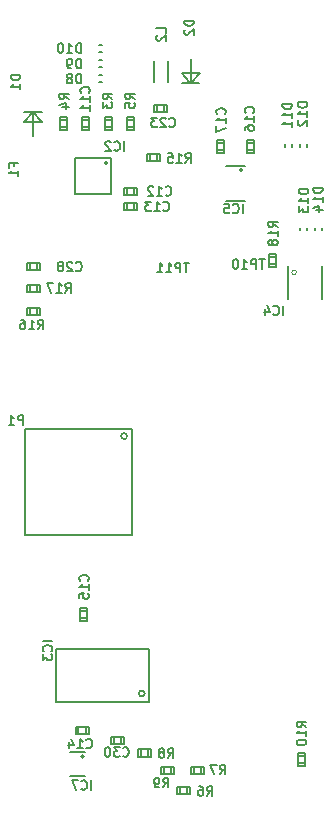
<source format=gbr>
G04 #@! TF.GenerationSoftware,KiCad,Pcbnew,5.1.8+dfsg1-1~bpo10+1*
G04 #@! TF.CreationDate,2021-01-21T20:32:40+01:00*
G04 #@! TF.ProjectId,easyhive,65617379-6869-4766-952e-6b696361645f,rev?*
G04 #@! TF.SameCoordinates,Original*
G04 #@! TF.FileFunction,Legend,Bot*
G04 #@! TF.FilePolarity,Positive*
%FSLAX46Y46*%
G04 Gerber Fmt 4.6, Leading zero omitted, Abs format (unit mm)*
G04 Created by KiCad (PCBNEW 5.1.8+dfsg1-1~bpo10+1) date 2021-01-21 20:32:40*
%MOMM*%
%LPD*%
G01*
G04 APERTURE LIST*
%ADD10C,0.127000*%
%ADD11C,0.150000*%
%ADD12C,0.203200*%
%ADD13C,0.100000*%
%ADD14C,0.152400*%
G04 APERTURE END LIST*
D10*
X160400000Y-132500000D02*
X159800000Y-132500000D01*
X160400000Y-131900000D02*
X159800000Y-131900000D01*
X160400000Y-132500000D02*
X160400000Y-132750000D01*
X160400000Y-131900000D02*
X160400000Y-132500000D01*
X160400000Y-131650000D02*
X160400000Y-131900000D01*
X159800000Y-132500000D02*
X159800000Y-132750000D01*
X159800000Y-131900000D02*
X159800000Y-132500000D01*
X159800000Y-131650000D02*
X159800000Y-131900000D01*
X160400000Y-132750000D02*
X159800000Y-132750000D01*
X160400000Y-131650000D02*
X159800000Y-131650000D01*
D11*
X136601100Y-78257600D02*
X137351100Y-77368600D01*
X136601100Y-78257600D02*
X138101100Y-78257600D01*
X136601100Y-77368600D02*
X138101100Y-77368600D01*
X138113100Y-78241600D02*
X137351100Y-77368600D01*
X137351100Y-78868600D02*
X137351100Y-77368600D01*
X137351100Y-77368600D02*
X137351100Y-79368600D01*
X151436100Y-74034600D02*
X149936100Y-74034600D01*
X150686100Y-74939600D02*
X151448100Y-74050600D01*
X150686100Y-74923600D02*
X150686100Y-72923600D01*
X150686100Y-73423600D02*
X150686100Y-74923600D01*
X150559100Y-74812600D02*
X149924100Y-74050600D01*
X151436100Y-74923600D02*
X149936100Y-74923600D01*
D10*
X150650000Y-135100000D02*
X150650000Y-134500000D01*
X149550000Y-135100000D02*
X149550000Y-134500000D01*
X150650000Y-134500000D02*
X150400000Y-134500000D01*
X150400000Y-134500000D02*
X149800000Y-134500000D01*
X149800000Y-134500000D02*
X149550000Y-134500000D01*
X150650000Y-135100000D02*
X150400000Y-135100000D01*
X150400000Y-135100000D02*
X149800000Y-135100000D01*
X149800000Y-135100000D02*
X149550000Y-135100000D01*
X150400000Y-135100000D02*
X150400000Y-134500000D01*
X149800000Y-135100000D02*
X149800000Y-134500000D01*
X151800000Y-133400000D02*
X151800000Y-132800000D01*
X150700000Y-133400000D02*
X150700000Y-132800000D01*
X151800000Y-132800000D02*
X151550000Y-132800000D01*
X151550000Y-132800000D02*
X150950000Y-132800000D01*
X150950000Y-132800000D02*
X150700000Y-132800000D01*
X151800000Y-133400000D02*
X151550000Y-133400000D01*
X151550000Y-133400000D02*
X150950000Y-133400000D01*
X150950000Y-133400000D02*
X150700000Y-133400000D01*
X151550000Y-133400000D02*
X151550000Y-132800000D01*
X150950000Y-133400000D02*
X150950000Y-132800000D01*
X147350000Y-131950000D02*
X147350000Y-131350000D01*
X146250000Y-131950000D02*
X146250000Y-131350000D01*
X147350000Y-131350000D02*
X147100000Y-131350000D01*
X147100000Y-131350000D02*
X146500000Y-131350000D01*
X146500000Y-131350000D02*
X146250000Y-131350000D01*
X147350000Y-131950000D02*
X147100000Y-131950000D01*
X147100000Y-131950000D02*
X146500000Y-131950000D01*
X146500000Y-131950000D02*
X146250000Y-131950000D01*
X147100000Y-131950000D02*
X147100000Y-131350000D01*
X146500000Y-131950000D02*
X146500000Y-131350000D01*
X149250000Y-133400000D02*
X149250000Y-132800000D01*
X148150000Y-133400000D02*
X148150000Y-132800000D01*
X149250000Y-132800000D02*
X149000000Y-132800000D01*
X149000000Y-132800000D02*
X148400000Y-132800000D01*
X148400000Y-132800000D02*
X148150000Y-132800000D01*
X149250000Y-133400000D02*
X149000000Y-133400000D01*
X149000000Y-133400000D02*
X148400000Y-133400000D01*
X148400000Y-133400000D02*
X148150000Y-133400000D01*
X149000000Y-133400000D02*
X149000000Y-132800000D01*
X148400000Y-133400000D02*
X148400000Y-132800000D01*
D11*
X140440000Y-133603000D02*
X141740000Y-133603000D01*
X141740000Y-131603000D02*
X140440000Y-131603000D01*
X141673774Y-131929008D02*
G75*
G03*
X141673774Y-131929008I-125000J0D01*
G01*
D10*
X155296100Y-81948600D02*
X153696100Y-81948600D01*
X153696100Y-84948600D02*
X155296100Y-84948600D01*
D11*
X155078300Y-82280200D02*
G75*
G03*
X155078300Y-82280200I-125000J0D01*
G01*
D10*
X145700000Y-104175000D02*
X136700000Y-104175000D01*
X145700000Y-113175000D02*
X145700000Y-104175000D01*
X136700000Y-113175000D02*
X145700000Y-113175000D01*
X136700000Y-104175000D02*
X136700000Y-113175000D01*
D11*
X145310800Y-104814200D02*
G75*
G03*
X145310800Y-104814200I-250000J0D01*
G01*
D10*
X157930000Y-90220000D02*
X157330000Y-90220000D01*
X157930000Y-89620000D02*
X157330000Y-89620000D01*
X157930000Y-90220000D02*
X157930000Y-90470000D01*
X157930000Y-89620000D02*
X157930000Y-90220000D01*
X157930000Y-89370000D02*
X157930000Y-89620000D01*
X157330000Y-90220000D02*
X157330000Y-90470000D01*
X157330000Y-89620000D02*
X157330000Y-90220000D01*
X157330000Y-89370000D02*
X157330000Y-89620000D01*
X157930000Y-90470000D02*
X157330000Y-90470000D01*
X157930000Y-89370000D02*
X157330000Y-89370000D01*
X137651100Y-92038600D02*
X137651100Y-92638600D01*
X137051100Y-92038600D02*
X137051100Y-92638600D01*
X137651100Y-92038600D02*
X137901100Y-92038600D01*
X137051100Y-92038600D02*
X137651100Y-92038600D01*
X136801100Y-92038600D02*
X137051100Y-92038600D01*
X137651100Y-92638600D02*
X137901100Y-92638600D01*
X137051100Y-92638600D02*
X137651100Y-92638600D01*
X136801100Y-92638600D02*
X137051100Y-92638600D01*
X137901100Y-92038600D02*
X137901100Y-92638600D01*
X136801100Y-92038600D02*
X136801100Y-92638600D01*
X137051100Y-94543600D02*
X137051100Y-93943600D01*
X137651100Y-94543600D02*
X137651100Y-93943600D01*
X137051100Y-94543600D02*
X136801100Y-94543600D01*
X137651100Y-94543600D02*
X137051100Y-94543600D01*
X137901100Y-94543600D02*
X137651100Y-94543600D01*
X137051100Y-93943600D02*
X136801100Y-93943600D01*
X137651100Y-93943600D02*
X137051100Y-93943600D01*
X137901100Y-93943600D02*
X137651100Y-93943600D01*
X136801100Y-94543600D02*
X136801100Y-93943600D01*
X137901100Y-94543600D02*
X137901100Y-93943600D01*
X147211100Y-81526100D02*
X147211100Y-80926100D01*
X147811100Y-81526100D02*
X147811100Y-80926100D01*
X147211100Y-81526100D02*
X146961100Y-81526100D01*
X147811100Y-81526100D02*
X147211100Y-81526100D01*
X148061100Y-81526100D02*
X147811100Y-81526100D01*
X147211100Y-80926100D02*
X146961100Y-80926100D01*
X147811100Y-80926100D02*
X147211100Y-80926100D01*
X148061100Y-80926100D02*
X147811100Y-80926100D01*
X146961100Y-81526100D02*
X146961100Y-80926100D01*
X148061100Y-81526100D02*
X148061100Y-80926100D01*
X145906100Y-78668600D02*
X145306100Y-78668600D01*
X145906100Y-78068600D02*
X145306100Y-78068600D01*
X145906100Y-78668600D02*
X145906100Y-78918600D01*
X145906100Y-78068600D02*
X145906100Y-78668600D01*
X145906100Y-77818600D02*
X145906100Y-78068600D01*
X145306100Y-78668600D02*
X145306100Y-78918600D01*
X145306100Y-78068600D02*
X145306100Y-78668600D01*
X145306100Y-77818600D02*
X145306100Y-78068600D01*
X145906100Y-78918600D02*
X145306100Y-78918600D01*
X145906100Y-77818600D02*
X145306100Y-77818600D01*
X140191100Y-78668600D02*
X139591100Y-78668600D01*
X140191100Y-78068600D02*
X139591100Y-78068600D01*
X140191100Y-78668600D02*
X140191100Y-78918600D01*
X140191100Y-78068600D02*
X140191100Y-78668600D01*
X140191100Y-77818600D02*
X140191100Y-78068600D01*
X139591100Y-78668600D02*
X139591100Y-78918600D01*
X139591100Y-78068600D02*
X139591100Y-78668600D01*
X139591100Y-77818600D02*
X139591100Y-78068600D01*
X140191100Y-78918600D02*
X139591100Y-78918600D01*
X140191100Y-77818600D02*
X139591100Y-77818600D01*
X144001100Y-78668600D02*
X143401100Y-78668600D01*
X144001100Y-78068600D02*
X143401100Y-78068600D01*
X144001100Y-78668600D02*
X144001100Y-78918600D01*
X144001100Y-78068600D02*
X144001100Y-78668600D01*
X144001100Y-77818600D02*
X144001100Y-78068600D01*
X143401100Y-78668600D02*
X143401100Y-78918600D01*
X143401100Y-78068600D02*
X143401100Y-78668600D01*
X143401100Y-77818600D02*
X143401100Y-78068600D01*
X144001100Y-78918600D02*
X143401100Y-78918600D01*
X144001100Y-77818600D02*
X143401100Y-77818600D01*
D12*
X147546100Y-74823600D02*
X147546100Y-73023600D01*
X148746100Y-73023600D02*
X148746100Y-74823600D01*
D13*
X159650000Y-90950000D02*
G75*
G03*
X159650000Y-90950000I-200000J0D01*
G01*
D12*
X158950000Y-93250000D02*
X158950000Y-90450000D01*
X161800000Y-90450000D02*
X161800000Y-93250000D01*
D10*
X146805000Y-126616000D02*
G75*
G03*
X146805000Y-126616000I-250000J0D01*
G01*
X147205000Y-127366000D02*
X147205000Y-122866000D01*
X139255000Y-127366000D02*
X147205000Y-127366000D01*
X139255000Y-122866000D02*
X139255000Y-127366000D01*
X147205000Y-122866000D02*
X139255000Y-122866000D01*
D14*
X143681100Y-81688600D02*
G75*
G03*
X143681100Y-81688600I-125000J0D01*
G01*
X143931100Y-84313600D02*
X143931100Y-81313600D01*
X140931100Y-84313600D02*
X143931100Y-84313600D01*
X140931100Y-81313600D02*
X140931100Y-84313600D01*
X143931100Y-81313600D02*
X140931100Y-81313600D01*
D10*
X161181100Y-87358600D02*
X161181100Y-87158600D01*
X161781100Y-87358600D02*
X161781100Y-87158600D01*
X159911100Y-87358600D02*
X159911100Y-87158600D01*
X160511100Y-87358600D02*
X160511100Y-87158600D01*
X160511100Y-80108600D02*
X160511100Y-80308600D01*
X159911100Y-80108600D02*
X159911100Y-80308600D01*
X159241100Y-80108600D02*
X159241100Y-80308600D01*
X158641100Y-80108600D02*
X158641100Y-80308600D01*
X142966100Y-71718600D02*
X143166100Y-71718600D01*
X142966100Y-72318600D02*
X143166100Y-72318600D01*
X142966100Y-72988600D02*
X143166100Y-72988600D01*
X142966100Y-73588600D02*
X143166100Y-73588600D01*
X142966100Y-74258600D02*
X143166100Y-74258600D01*
X142966100Y-74858600D02*
X143166100Y-74858600D01*
X144218000Y-130856000D02*
X144218000Y-130256000D01*
X144818000Y-130856000D02*
X144818000Y-130256000D01*
X144218000Y-130856000D02*
X143968000Y-130856000D01*
X144818000Y-130856000D02*
X144218000Y-130856000D01*
X145068000Y-130856000D02*
X144818000Y-130856000D01*
X144218000Y-130256000D02*
X143968000Y-130256000D01*
X144818000Y-130256000D02*
X144218000Y-130256000D01*
X145068000Y-130256000D02*
X144818000Y-130256000D01*
X143968000Y-130856000D02*
X143968000Y-130256000D01*
X145068000Y-130856000D02*
X145068000Y-130256000D01*
X137051100Y-90733600D02*
X137051100Y-90133600D01*
X137651100Y-90733600D02*
X137651100Y-90133600D01*
X137051100Y-90733600D02*
X136801100Y-90733600D01*
X137651100Y-90733600D02*
X137051100Y-90733600D01*
X137901100Y-90733600D02*
X137651100Y-90733600D01*
X137051100Y-90133600D02*
X136801100Y-90133600D01*
X137651100Y-90133600D02*
X137051100Y-90133600D01*
X137901100Y-90133600D02*
X137651100Y-90133600D01*
X136801100Y-90733600D02*
X136801100Y-90133600D01*
X137901100Y-90733600D02*
X137901100Y-90133600D01*
X148446100Y-76798600D02*
X148446100Y-77398600D01*
X147846100Y-76798600D02*
X147846100Y-77398600D01*
X148446100Y-76798600D02*
X148696100Y-76798600D01*
X147846100Y-76798600D02*
X148446100Y-76798600D01*
X147596100Y-76798600D02*
X147846100Y-76798600D01*
X148446100Y-77398600D02*
X148696100Y-77398600D01*
X147846100Y-77398600D02*
X148446100Y-77398600D01*
X147596100Y-77398600D02*
X147846100Y-77398600D01*
X148696100Y-76798600D02*
X148696100Y-77398600D01*
X147596100Y-76798600D02*
X147596100Y-77398600D01*
X152926100Y-79973600D02*
X153526100Y-79973600D01*
X152926100Y-80573600D02*
X153526100Y-80573600D01*
X152926100Y-79973600D02*
X152926100Y-79723600D01*
X152926100Y-80573600D02*
X152926100Y-79973600D01*
X152926100Y-80823600D02*
X152926100Y-80573600D01*
X153526100Y-79973600D02*
X153526100Y-79723600D01*
X153526100Y-80573600D02*
X153526100Y-79973600D01*
X153526100Y-80823600D02*
X153526100Y-80573600D01*
X152926100Y-79723600D02*
X153526100Y-79723600D01*
X152926100Y-80823600D02*
X153526100Y-80823600D01*
X155466100Y-79973600D02*
X156066100Y-79973600D01*
X155466100Y-80573600D02*
X156066100Y-80573600D01*
X155466100Y-79973600D02*
X155466100Y-79723600D01*
X155466100Y-80573600D02*
X155466100Y-79973600D01*
X155466100Y-80823600D02*
X155466100Y-80573600D01*
X156066100Y-79973600D02*
X156066100Y-79723600D01*
X156066100Y-80573600D02*
X156066100Y-79973600D01*
X156066100Y-80823600D02*
X156066100Y-80573600D01*
X155466100Y-79723600D02*
X156066100Y-79723600D01*
X155466100Y-80823600D02*
X156066100Y-80823600D01*
X141305000Y-119596000D02*
X141905000Y-119596000D01*
X141305000Y-120196000D02*
X141905000Y-120196000D01*
X141305000Y-119596000D02*
X141305000Y-119346000D01*
X141305000Y-120196000D02*
X141305000Y-119596000D01*
X141305000Y-120446000D02*
X141305000Y-120196000D01*
X141905000Y-119596000D02*
X141905000Y-119346000D01*
X141905000Y-120196000D02*
X141905000Y-119596000D01*
X141905000Y-120446000D02*
X141905000Y-120196000D01*
X141305000Y-119346000D02*
X141905000Y-119346000D01*
X141305000Y-120446000D02*
X141905000Y-120446000D01*
X141195400Y-130043200D02*
X141195400Y-129443200D01*
X141795400Y-130043200D02*
X141795400Y-129443200D01*
X141195400Y-130043200D02*
X140945400Y-130043200D01*
X141795400Y-130043200D02*
X141195400Y-130043200D01*
X142045400Y-130043200D02*
X141795400Y-130043200D01*
X141195400Y-129443200D02*
X140945400Y-129443200D01*
X141795400Y-129443200D02*
X141195400Y-129443200D01*
X142045400Y-129443200D02*
X141795400Y-129443200D01*
X140945400Y-130043200D02*
X140945400Y-129443200D01*
X142045400Y-130043200D02*
X142045400Y-129443200D01*
X145906100Y-85053600D02*
X145906100Y-85653600D01*
X145306100Y-85053600D02*
X145306100Y-85653600D01*
X145906100Y-85053600D02*
X146156100Y-85053600D01*
X145306100Y-85053600D02*
X145906100Y-85053600D01*
X145056100Y-85053600D02*
X145306100Y-85053600D01*
X145906100Y-85653600D02*
X146156100Y-85653600D01*
X145306100Y-85653600D02*
X145906100Y-85653600D01*
X145056100Y-85653600D02*
X145306100Y-85653600D01*
X146156100Y-85053600D02*
X146156100Y-85653600D01*
X145056100Y-85053600D02*
X145056100Y-85653600D01*
X145906100Y-83783600D02*
X145906100Y-84383600D01*
X145306100Y-83783600D02*
X145306100Y-84383600D01*
X145906100Y-83783600D02*
X146156100Y-83783600D01*
X145306100Y-83783600D02*
X145906100Y-83783600D01*
X145056100Y-83783600D02*
X145306100Y-83783600D01*
X145906100Y-84383600D02*
X146156100Y-84383600D01*
X145306100Y-84383600D02*
X145906100Y-84383600D01*
X145056100Y-84383600D02*
X145306100Y-84383600D01*
X146156100Y-83783600D02*
X146156100Y-84383600D01*
X145056100Y-83783600D02*
X145056100Y-84383600D01*
X141450000Y-78050000D02*
X142050000Y-78050000D01*
X141450000Y-78650000D02*
X142050000Y-78650000D01*
X141450000Y-78050000D02*
X141450000Y-77800000D01*
X141450000Y-78650000D02*
X141450000Y-78050000D01*
X141450000Y-78900000D02*
X141450000Y-78650000D01*
X142050000Y-78050000D02*
X142050000Y-77800000D01*
X142050000Y-78650000D02*
X142050000Y-78050000D01*
X142050000Y-78900000D02*
X142050000Y-78650000D01*
X141450000Y-77800000D02*
X142050000Y-77800000D01*
X141450000Y-78900000D02*
X142050000Y-78900000D01*
D11*
X160461904Y-129445119D02*
X160080952Y-129178452D01*
X160461904Y-128987976D02*
X159661904Y-128987976D01*
X159661904Y-129292738D01*
X159700000Y-129368928D01*
X159738095Y-129407023D01*
X159814285Y-129445119D01*
X159928571Y-129445119D01*
X160004761Y-129407023D01*
X160042857Y-129368928D01*
X160080952Y-129292738D01*
X160080952Y-128987976D01*
X160461904Y-130207023D02*
X160461904Y-129749880D01*
X160461904Y-129978452D02*
X159661904Y-129978452D01*
X159776190Y-129902261D01*
X159852380Y-129826071D01*
X159890476Y-129749880D01*
X159661904Y-130702261D02*
X159661904Y-130778452D01*
X159700000Y-130854642D01*
X159738095Y-130892738D01*
X159814285Y-130930833D01*
X159966666Y-130968928D01*
X160157142Y-130968928D01*
X160309523Y-130930833D01*
X160385714Y-130892738D01*
X160423809Y-130854642D01*
X160461904Y-130778452D01*
X160461904Y-130702261D01*
X160423809Y-130626071D01*
X160385714Y-130587976D01*
X160309523Y-130549880D01*
X160157142Y-130511785D01*
X159966666Y-130511785D01*
X159814285Y-130549880D01*
X159738095Y-130587976D01*
X159700000Y-130626071D01*
X159661904Y-130702261D01*
X136261904Y-74231071D02*
X135461904Y-74231071D01*
X135461904Y-74421547D01*
X135500000Y-74535833D01*
X135576190Y-74612023D01*
X135652380Y-74650119D01*
X135804761Y-74688214D01*
X135919047Y-74688214D01*
X136071428Y-74650119D01*
X136147619Y-74612023D01*
X136223809Y-74535833D01*
X136261904Y-74421547D01*
X136261904Y-74231071D01*
X136261904Y-75450119D02*
X136261904Y-74992976D01*
X136261904Y-75221547D02*
X135461904Y-75221547D01*
X135576190Y-75145357D01*
X135652380Y-75069166D01*
X135690476Y-74992976D01*
X150961904Y-69631071D02*
X150161904Y-69631071D01*
X150161904Y-69821547D01*
X150200000Y-69935833D01*
X150276190Y-70012023D01*
X150352380Y-70050119D01*
X150504761Y-70088214D01*
X150619047Y-70088214D01*
X150771428Y-70050119D01*
X150847619Y-70012023D01*
X150923809Y-69935833D01*
X150961904Y-69821547D01*
X150961904Y-69631071D01*
X150238095Y-70392976D02*
X150200000Y-70431071D01*
X150161904Y-70507261D01*
X150161904Y-70697738D01*
X150200000Y-70773928D01*
X150238095Y-70812023D01*
X150314285Y-70850119D01*
X150390476Y-70850119D01*
X150504761Y-70812023D01*
X150961904Y-70354880D01*
X150961904Y-70850119D01*
X152054880Y-135261904D02*
X152321547Y-134880952D01*
X152512023Y-135261904D02*
X152512023Y-134461904D01*
X152207261Y-134461904D01*
X152131071Y-134500000D01*
X152092976Y-134538095D01*
X152054880Y-134614285D01*
X152054880Y-134728571D01*
X152092976Y-134804761D01*
X152131071Y-134842857D01*
X152207261Y-134880952D01*
X152512023Y-134880952D01*
X151369166Y-134461904D02*
X151521547Y-134461904D01*
X151597738Y-134500000D01*
X151635833Y-134538095D01*
X151712023Y-134652380D01*
X151750119Y-134804761D01*
X151750119Y-135109523D01*
X151712023Y-135185714D01*
X151673928Y-135223809D01*
X151597738Y-135261904D01*
X151445357Y-135261904D01*
X151369166Y-135223809D01*
X151331071Y-135185714D01*
X151292976Y-135109523D01*
X151292976Y-134919047D01*
X151331071Y-134842857D01*
X151369166Y-134804761D01*
X151445357Y-134766666D01*
X151597738Y-134766666D01*
X151673928Y-134804761D01*
X151712023Y-134842857D01*
X151750119Y-134919047D01*
X153154880Y-133461904D02*
X153421547Y-133080952D01*
X153612023Y-133461904D02*
X153612023Y-132661904D01*
X153307261Y-132661904D01*
X153231071Y-132700000D01*
X153192976Y-132738095D01*
X153154880Y-132814285D01*
X153154880Y-132928571D01*
X153192976Y-133004761D01*
X153231071Y-133042857D01*
X153307261Y-133080952D01*
X153612023Y-133080952D01*
X152888214Y-132661904D02*
X152354880Y-132661904D01*
X152697738Y-133461904D01*
X148754880Y-132061904D02*
X149021547Y-131680952D01*
X149212023Y-132061904D02*
X149212023Y-131261904D01*
X148907261Y-131261904D01*
X148831071Y-131300000D01*
X148792976Y-131338095D01*
X148754880Y-131414285D01*
X148754880Y-131528571D01*
X148792976Y-131604761D01*
X148831071Y-131642857D01*
X148907261Y-131680952D01*
X149212023Y-131680952D01*
X148297738Y-131604761D02*
X148373928Y-131566666D01*
X148412023Y-131528571D01*
X148450119Y-131452380D01*
X148450119Y-131414285D01*
X148412023Y-131338095D01*
X148373928Y-131300000D01*
X148297738Y-131261904D01*
X148145357Y-131261904D01*
X148069166Y-131300000D01*
X148031071Y-131338095D01*
X147992976Y-131414285D01*
X147992976Y-131452380D01*
X148031071Y-131528571D01*
X148069166Y-131566666D01*
X148145357Y-131604761D01*
X148297738Y-131604761D01*
X148373928Y-131642857D01*
X148412023Y-131680952D01*
X148450119Y-131757142D01*
X148450119Y-131909523D01*
X148412023Y-131985714D01*
X148373928Y-132023809D01*
X148297738Y-132061904D01*
X148145357Y-132061904D01*
X148069166Y-132023809D01*
X148031071Y-131985714D01*
X147992976Y-131909523D01*
X147992976Y-131757142D01*
X148031071Y-131680952D01*
X148069166Y-131642857D01*
X148145357Y-131604761D01*
X148354880Y-134561904D02*
X148621547Y-134180952D01*
X148812023Y-134561904D02*
X148812023Y-133761904D01*
X148507261Y-133761904D01*
X148431071Y-133800000D01*
X148392976Y-133838095D01*
X148354880Y-133914285D01*
X148354880Y-134028571D01*
X148392976Y-134104761D01*
X148431071Y-134142857D01*
X148507261Y-134180952D01*
X148812023Y-134180952D01*
X147973928Y-134561904D02*
X147821547Y-134561904D01*
X147745357Y-134523809D01*
X147707261Y-134485714D01*
X147631071Y-134371428D01*
X147592976Y-134219047D01*
X147592976Y-133914285D01*
X147631071Y-133838095D01*
X147669166Y-133800000D01*
X147745357Y-133761904D01*
X147897738Y-133761904D01*
X147973928Y-133800000D01*
X148012023Y-133838095D01*
X148050119Y-133914285D01*
X148050119Y-134104761D01*
X148012023Y-134180952D01*
X147973928Y-134219047D01*
X147897738Y-134257142D01*
X147745357Y-134257142D01*
X147669166Y-134219047D01*
X147631071Y-134180952D01*
X147592976Y-134104761D01*
X142280952Y-134761904D02*
X142280952Y-133961904D01*
X141442857Y-134685714D02*
X141480952Y-134723809D01*
X141595238Y-134761904D01*
X141671428Y-134761904D01*
X141785714Y-134723809D01*
X141861904Y-134647619D01*
X141900000Y-134571428D01*
X141938095Y-134419047D01*
X141938095Y-134304761D01*
X141900000Y-134152380D01*
X141861904Y-134076190D01*
X141785714Y-134000000D01*
X141671428Y-133961904D01*
X141595238Y-133961904D01*
X141480952Y-134000000D01*
X141442857Y-134038095D01*
X141176190Y-133961904D02*
X140642857Y-133961904D01*
X140985714Y-134761904D01*
X155112023Y-85961904D02*
X155112023Y-85161904D01*
X154273928Y-85885714D02*
X154312023Y-85923809D01*
X154426309Y-85961904D01*
X154502500Y-85961904D01*
X154616785Y-85923809D01*
X154692976Y-85847619D01*
X154731071Y-85771428D01*
X154769166Y-85619047D01*
X154769166Y-85504761D01*
X154731071Y-85352380D01*
X154692976Y-85276190D01*
X154616785Y-85200000D01*
X154502500Y-85161904D01*
X154426309Y-85161904D01*
X154312023Y-85200000D01*
X154273928Y-85238095D01*
X153550119Y-85161904D02*
X153931071Y-85161904D01*
X153969166Y-85542857D01*
X153931071Y-85504761D01*
X153854880Y-85466666D01*
X153664404Y-85466666D01*
X153588214Y-85504761D01*
X153550119Y-85542857D01*
X153512023Y-85619047D01*
X153512023Y-85809523D01*
X153550119Y-85885714D01*
X153588214Y-85923809D01*
X153664404Y-85961904D01*
X153854880Y-85961904D01*
X153931071Y-85923809D01*
X153969166Y-85885714D01*
X136512023Y-103861904D02*
X136512023Y-103061904D01*
X136207261Y-103061904D01*
X136131071Y-103100000D01*
X136092976Y-103138095D01*
X136054880Y-103214285D01*
X136054880Y-103328571D01*
X136092976Y-103404761D01*
X136131071Y-103442857D01*
X136207261Y-103480952D01*
X136512023Y-103480952D01*
X135292976Y-103861904D02*
X135750119Y-103861904D01*
X135521547Y-103861904D02*
X135521547Y-103061904D01*
X135597738Y-103176190D01*
X135673928Y-103252380D01*
X135750119Y-103290476D01*
X150554642Y-90161904D02*
X150097500Y-90161904D01*
X150326071Y-90961904D02*
X150326071Y-90161904D01*
X149830833Y-90961904D02*
X149830833Y-90161904D01*
X149526071Y-90161904D01*
X149449880Y-90200000D01*
X149411785Y-90238095D01*
X149373690Y-90314285D01*
X149373690Y-90428571D01*
X149411785Y-90504761D01*
X149449880Y-90542857D01*
X149526071Y-90580952D01*
X149830833Y-90580952D01*
X148611785Y-90961904D02*
X149068928Y-90961904D01*
X148840357Y-90961904D02*
X148840357Y-90161904D01*
X148916547Y-90276190D01*
X148992738Y-90352380D01*
X149068928Y-90390476D01*
X147849880Y-90961904D02*
X148307023Y-90961904D01*
X148078452Y-90961904D02*
X148078452Y-90161904D01*
X148154642Y-90276190D01*
X148230833Y-90352380D01*
X148307023Y-90390476D01*
X156954642Y-89861904D02*
X156497500Y-89861904D01*
X156726071Y-90661904D02*
X156726071Y-89861904D01*
X156230833Y-90661904D02*
X156230833Y-89861904D01*
X155926071Y-89861904D01*
X155849880Y-89900000D01*
X155811785Y-89938095D01*
X155773690Y-90014285D01*
X155773690Y-90128571D01*
X155811785Y-90204761D01*
X155849880Y-90242857D01*
X155926071Y-90280952D01*
X156230833Y-90280952D01*
X155011785Y-90661904D02*
X155468928Y-90661904D01*
X155240357Y-90661904D02*
X155240357Y-89861904D01*
X155316547Y-89976190D01*
X155392738Y-90052380D01*
X155468928Y-90090476D01*
X154516547Y-89861904D02*
X154440357Y-89861904D01*
X154364166Y-89900000D01*
X154326071Y-89938095D01*
X154287976Y-90014285D01*
X154249880Y-90166666D01*
X154249880Y-90357142D01*
X154287976Y-90509523D01*
X154326071Y-90585714D01*
X154364166Y-90623809D01*
X154440357Y-90661904D01*
X154516547Y-90661904D01*
X154592738Y-90623809D01*
X154630833Y-90585714D01*
X154668928Y-90509523D01*
X154707023Y-90357142D01*
X154707023Y-90166666D01*
X154668928Y-90014285D01*
X154630833Y-89938095D01*
X154592738Y-89900000D01*
X154516547Y-89861904D01*
X158061904Y-87126309D02*
X157680952Y-86859642D01*
X158061904Y-86669166D02*
X157261904Y-86669166D01*
X157261904Y-86973928D01*
X157300000Y-87050119D01*
X157338095Y-87088214D01*
X157414285Y-87126309D01*
X157528571Y-87126309D01*
X157604761Y-87088214D01*
X157642857Y-87050119D01*
X157680952Y-86973928D01*
X157680952Y-86669166D01*
X158061904Y-87888214D02*
X158061904Y-87431071D01*
X158061904Y-87659642D02*
X157261904Y-87659642D01*
X157376190Y-87583452D01*
X157452380Y-87507261D01*
X157490476Y-87431071D01*
X157604761Y-88345357D02*
X157566666Y-88269166D01*
X157528571Y-88231071D01*
X157452380Y-88192976D01*
X157414285Y-88192976D01*
X157338095Y-88231071D01*
X157300000Y-88269166D01*
X157261904Y-88345357D01*
X157261904Y-88497738D01*
X157300000Y-88573928D01*
X157338095Y-88612023D01*
X157414285Y-88650119D01*
X157452380Y-88650119D01*
X157528571Y-88612023D01*
X157566666Y-88573928D01*
X157604761Y-88497738D01*
X157604761Y-88345357D01*
X157642857Y-88269166D01*
X157680952Y-88231071D01*
X157757142Y-88192976D01*
X157909523Y-88192976D01*
X157985714Y-88231071D01*
X158023809Y-88269166D01*
X158061904Y-88345357D01*
X158061904Y-88497738D01*
X158023809Y-88573928D01*
X157985714Y-88612023D01*
X157909523Y-88650119D01*
X157757142Y-88650119D01*
X157680952Y-88612023D01*
X157642857Y-88573928D01*
X157604761Y-88497738D01*
X140073690Y-92661904D02*
X140340357Y-92280952D01*
X140530833Y-92661904D02*
X140530833Y-91861904D01*
X140226071Y-91861904D01*
X140149880Y-91900000D01*
X140111785Y-91938095D01*
X140073690Y-92014285D01*
X140073690Y-92128571D01*
X140111785Y-92204761D01*
X140149880Y-92242857D01*
X140226071Y-92280952D01*
X140530833Y-92280952D01*
X139311785Y-92661904D02*
X139768928Y-92661904D01*
X139540357Y-92661904D02*
X139540357Y-91861904D01*
X139616547Y-91976190D01*
X139692738Y-92052380D01*
X139768928Y-92090476D01*
X139045119Y-91861904D02*
X138511785Y-91861904D01*
X138854642Y-92661904D01*
X137754880Y-95761904D02*
X138021547Y-95380952D01*
X138212023Y-95761904D02*
X138212023Y-94961904D01*
X137907261Y-94961904D01*
X137831071Y-95000000D01*
X137792976Y-95038095D01*
X137754880Y-95114285D01*
X137754880Y-95228571D01*
X137792976Y-95304761D01*
X137831071Y-95342857D01*
X137907261Y-95380952D01*
X138212023Y-95380952D01*
X136992976Y-95761904D02*
X137450119Y-95761904D01*
X137221547Y-95761904D02*
X137221547Y-94961904D01*
X137297738Y-95076190D01*
X137373928Y-95152380D01*
X137450119Y-95190476D01*
X136307261Y-94961904D02*
X136459642Y-94961904D01*
X136535833Y-95000000D01*
X136573928Y-95038095D01*
X136650119Y-95152380D01*
X136688214Y-95304761D01*
X136688214Y-95609523D01*
X136650119Y-95685714D01*
X136612023Y-95723809D01*
X136535833Y-95761904D01*
X136383452Y-95761904D01*
X136307261Y-95723809D01*
X136269166Y-95685714D01*
X136231071Y-95609523D01*
X136231071Y-95419047D01*
X136269166Y-95342857D01*
X136307261Y-95304761D01*
X136383452Y-95266666D01*
X136535833Y-95266666D01*
X136612023Y-95304761D01*
X136650119Y-95342857D01*
X136688214Y-95419047D01*
X150254880Y-81661904D02*
X150521547Y-81280952D01*
X150712023Y-81661904D02*
X150712023Y-80861904D01*
X150407261Y-80861904D01*
X150331071Y-80900000D01*
X150292976Y-80938095D01*
X150254880Y-81014285D01*
X150254880Y-81128571D01*
X150292976Y-81204761D01*
X150331071Y-81242857D01*
X150407261Y-81280952D01*
X150712023Y-81280952D01*
X149492976Y-81661904D02*
X149950119Y-81661904D01*
X149721547Y-81661904D02*
X149721547Y-80861904D01*
X149797738Y-80976190D01*
X149873928Y-81052380D01*
X149950119Y-81090476D01*
X148769166Y-80861904D02*
X149150119Y-80861904D01*
X149188214Y-81242857D01*
X149150119Y-81204761D01*
X149073928Y-81166666D01*
X148883452Y-81166666D01*
X148807261Y-81204761D01*
X148769166Y-81242857D01*
X148731071Y-81319047D01*
X148731071Y-81509523D01*
X148769166Y-81585714D01*
X148807261Y-81623809D01*
X148883452Y-81661904D01*
X149073928Y-81661904D01*
X149150119Y-81623809D01*
X149188214Y-81585714D01*
X145961904Y-76288214D02*
X145580952Y-76021547D01*
X145961904Y-75831071D02*
X145161904Y-75831071D01*
X145161904Y-76135833D01*
X145200000Y-76212023D01*
X145238095Y-76250119D01*
X145314285Y-76288214D01*
X145428571Y-76288214D01*
X145504761Y-76250119D01*
X145542857Y-76212023D01*
X145580952Y-76135833D01*
X145580952Y-75831071D01*
X145161904Y-77012023D02*
X145161904Y-76631071D01*
X145542857Y-76592976D01*
X145504761Y-76631071D01*
X145466666Y-76707261D01*
X145466666Y-76897738D01*
X145504761Y-76973928D01*
X145542857Y-77012023D01*
X145619047Y-77050119D01*
X145809523Y-77050119D01*
X145885714Y-77012023D01*
X145923809Y-76973928D01*
X145961904Y-76897738D01*
X145961904Y-76707261D01*
X145923809Y-76631071D01*
X145885714Y-76592976D01*
X140361904Y-76288214D02*
X139980952Y-76021547D01*
X140361904Y-75831071D02*
X139561904Y-75831071D01*
X139561904Y-76135833D01*
X139600000Y-76212023D01*
X139638095Y-76250119D01*
X139714285Y-76288214D01*
X139828571Y-76288214D01*
X139904761Y-76250119D01*
X139942857Y-76212023D01*
X139980952Y-76135833D01*
X139980952Y-75831071D01*
X139828571Y-76973928D02*
X140361904Y-76973928D01*
X139523809Y-76783452D02*
X140095238Y-76592976D01*
X140095238Y-77088214D01*
X144061904Y-76288214D02*
X143680952Y-76021547D01*
X144061904Y-75831071D02*
X143261904Y-75831071D01*
X143261904Y-76135833D01*
X143300000Y-76212023D01*
X143338095Y-76250119D01*
X143414285Y-76288214D01*
X143528571Y-76288214D01*
X143604761Y-76250119D01*
X143642857Y-76212023D01*
X143680952Y-76135833D01*
X143680952Y-75831071D01*
X143261904Y-76554880D02*
X143261904Y-77050119D01*
X143566666Y-76783452D01*
X143566666Y-76897738D01*
X143604761Y-76973928D01*
X143642857Y-77012023D01*
X143719047Y-77050119D01*
X143909523Y-77050119D01*
X143985714Y-77012023D01*
X144023809Y-76973928D01*
X144061904Y-76897738D01*
X144061904Y-76669166D01*
X144023809Y-76592976D01*
X143985714Y-76554880D01*
X148561904Y-70668928D02*
X148561904Y-70287976D01*
X147761904Y-70287976D01*
X147838095Y-70897500D02*
X147800000Y-70935595D01*
X147761904Y-71011785D01*
X147761904Y-71202261D01*
X147800000Y-71278452D01*
X147838095Y-71316547D01*
X147914285Y-71354642D01*
X147990476Y-71354642D01*
X148104761Y-71316547D01*
X148561904Y-70859404D01*
X148561904Y-71354642D01*
X158512023Y-94561904D02*
X158512023Y-93761904D01*
X157673928Y-94485714D02*
X157712023Y-94523809D01*
X157826309Y-94561904D01*
X157902500Y-94561904D01*
X158016785Y-94523809D01*
X158092976Y-94447619D01*
X158131071Y-94371428D01*
X158169166Y-94219047D01*
X158169166Y-94104761D01*
X158131071Y-93952380D01*
X158092976Y-93876190D01*
X158016785Y-93800000D01*
X157902500Y-93761904D01*
X157826309Y-93761904D01*
X157712023Y-93800000D01*
X157673928Y-93838095D01*
X156988214Y-94028571D02*
X156988214Y-94561904D01*
X157178690Y-93723809D02*
X157369166Y-94295238D01*
X156873928Y-94295238D01*
X138961904Y-122187976D02*
X138161904Y-122187976D01*
X138885714Y-123026071D02*
X138923809Y-122987976D01*
X138961904Y-122873690D01*
X138961904Y-122797500D01*
X138923809Y-122683214D01*
X138847619Y-122607023D01*
X138771428Y-122568928D01*
X138619047Y-122530833D01*
X138504761Y-122530833D01*
X138352380Y-122568928D01*
X138276190Y-122607023D01*
X138200000Y-122683214D01*
X138161904Y-122797500D01*
X138161904Y-122873690D01*
X138200000Y-122987976D01*
X138238095Y-123026071D01*
X138161904Y-123292738D02*
X138161904Y-123787976D01*
X138466666Y-123521309D01*
X138466666Y-123635595D01*
X138504761Y-123711785D01*
X138542857Y-123749880D01*
X138619047Y-123787976D01*
X138809523Y-123787976D01*
X138885714Y-123749880D01*
X138923809Y-123711785D01*
X138961904Y-123635595D01*
X138961904Y-123407023D01*
X138923809Y-123330833D01*
X138885714Y-123292738D01*
X145049880Y-80661904D02*
X145049880Y-79861904D01*
X144211785Y-80585714D02*
X144249880Y-80623809D01*
X144364166Y-80661904D01*
X144440357Y-80661904D01*
X144554642Y-80623809D01*
X144630833Y-80547619D01*
X144668928Y-80471428D01*
X144707023Y-80319047D01*
X144707023Y-80204761D01*
X144668928Y-80052380D01*
X144630833Y-79976190D01*
X144554642Y-79900000D01*
X144440357Y-79861904D01*
X144364166Y-79861904D01*
X144249880Y-79900000D01*
X144211785Y-79938095D01*
X143907023Y-79938095D02*
X143868928Y-79900000D01*
X143792738Y-79861904D01*
X143602261Y-79861904D01*
X143526071Y-79900000D01*
X143487976Y-79938095D01*
X143449880Y-80014285D01*
X143449880Y-80090476D01*
X143487976Y-80204761D01*
X143945119Y-80661904D01*
X143449880Y-80661904D01*
X135692857Y-81962023D02*
X135692857Y-81695357D01*
X136111904Y-81695357D02*
X135311904Y-81695357D01*
X135311904Y-82076309D01*
X136111904Y-82800119D02*
X136111904Y-82342976D01*
X136111904Y-82571547D02*
X135311904Y-82571547D01*
X135426190Y-82495357D01*
X135502380Y-82419166D01*
X135540476Y-82342976D01*
X161861904Y-83787976D02*
X161061904Y-83787976D01*
X161061904Y-83978452D01*
X161100000Y-84092738D01*
X161176190Y-84168928D01*
X161252380Y-84207023D01*
X161404761Y-84245119D01*
X161519047Y-84245119D01*
X161671428Y-84207023D01*
X161747619Y-84168928D01*
X161823809Y-84092738D01*
X161861904Y-83978452D01*
X161861904Y-83787976D01*
X161861904Y-85007023D02*
X161861904Y-84549880D01*
X161861904Y-84778452D02*
X161061904Y-84778452D01*
X161176190Y-84702261D01*
X161252380Y-84626071D01*
X161290476Y-84549880D01*
X161328571Y-85692738D02*
X161861904Y-85692738D01*
X161023809Y-85502261D02*
X161595238Y-85311785D01*
X161595238Y-85807023D01*
X160661904Y-83887976D02*
X159861904Y-83887976D01*
X159861904Y-84078452D01*
X159900000Y-84192738D01*
X159976190Y-84268928D01*
X160052380Y-84307023D01*
X160204761Y-84345119D01*
X160319047Y-84345119D01*
X160471428Y-84307023D01*
X160547619Y-84268928D01*
X160623809Y-84192738D01*
X160661904Y-84078452D01*
X160661904Y-83887976D01*
X160661904Y-85107023D02*
X160661904Y-84649880D01*
X160661904Y-84878452D02*
X159861904Y-84878452D01*
X159976190Y-84802261D01*
X160052380Y-84726071D01*
X160090476Y-84649880D01*
X159861904Y-85373690D02*
X159861904Y-85868928D01*
X160166666Y-85602261D01*
X160166666Y-85716547D01*
X160204761Y-85792738D01*
X160242857Y-85830833D01*
X160319047Y-85868928D01*
X160509523Y-85868928D01*
X160585714Y-85830833D01*
X160623809Y-85792738D01*
X160661904Y-85716547D01*
X160661904Y-85487976D01*
X160623809Y-85411785D01*
X160585714Y-85373690D01*
X160561904Y-76569166D02*
X159761904Y-76569166D01*
X159761904Y-76759642D01*
X159800000Y-76873928D01*
X159876190Y-76950119D01*
X159952380Y-76988214D01*
X160104761Y-77026309D01*
X160219047Y-77026309D01*
X160371428Y-76988214D01*
X160447619Y-76950119D01*
X160523809Y-76873928D01*
X160561904Y-76759642D01*
X160561904Y-76569166D01*
X160561904Y-77788214D02*
X160561904Y-77331071D01*
X160561904Y-77559642D02*
X159761904Y-77559642D01*
X159876190Y-77483452D01*
X159952380Y-77407261D01*
X159990476Y-77331071D01*
X159838095Y-78092976D02*
X159800000Y-78131071D01*
X159761904Y-78207261D01*
X159761904Y-78397738D01*
X159800000Y-78473928D01*
X159838095Y-78512023D01*
X159914285Y-78550119D01*
X159990476Y-78550119D01*
X160104761Y-78512023D01*
X160561904Y-78054880D01*
X160561904Y-78550119D01*
X159261904Y-76669166D02*
X158461904Y-76669166D01*
X158461904Y-76859642D01*
X158500000Y-76973928D01*
X158576190Y-77050119D01*
X158652380Y-77088214D01*
X158804761Y-77126309D01*
X158919047Y-77126309D01*
X159071428Y-77088214D01*
X159147619Y-77050119D01*
X159223809Y-76973928D01*
X159261904Y-76859642D01*
X159261904Y-76669166D01*
X159261904Y-77888214D02*
X159261904Y-77431071D01*
X159261904Y-77659642D02*
X158461904Y-77659642D01*
X158576190Y-77583452D01*
X158652380Y-77507261D01*
X158690476Y-77431071D01*
X159261904Y-78650119D02*
X159261904Y-78192976D01*
X159261904Y-78421547D02*
X158461904Y-78421547D01*
X158576190Y-78345357D01*
X158652380Y-78269166D01*
X158690476Y-78192976D01*
X141412023Y-72361904D02*
X141412023Y-71561904D01*
X141221547Y-71561904D01*
X141107261Y-71600000D01*
X141031071Y-71676190D01*
X140992976Y-71752380D01*
X140954880Y-71904761D01*
X140954880Y-72019047D01*
X140992976Y-72171428D01*
X141031071Y-72247619D01*
X141107261Y-72323809D01*
X141221547Y-72361904D01*
X141412023Y-72361904D01*
X140192976Y-72361904D02*
X140650119Y-72361904D01*
X140421547Y-72361904D02*
X140421547Y-71561904D01*
X140497738Y-71676190D01*
X140573928Y-71752380D01*
X140650119Y-71790476D01*
X139697738Y-71561904D02*
X139621547Y-71561904D01*
X139545357Y-71600000D01*
X139507261Y-71638095D01*
X139469166Y-71714285D01*
X139431071Y-71866666D01*
X139431071Y-72057142D01*
X139469166Y-72209523D01*
X139507261Y-72285714D01*
X139545357Y-72323809D01*
X139621547Y-72361904D01*
X139697738Y-72361904D01*
X139773928Y-72323809D01*
X139812023Y-72285714D01*
X139850119Y-72209523D01*
X139888214Y-72057142D01*
X139888214Y-71866666D01*
X139850119Y-71714285D01*
X139812023Y-71638095D01*
X139773928Y-71600000D01*
X139697738Y-71561904D01*
X141412023Y-73661904D02*
X141412023Y-72861904D01*
X141221547Y-72861904D01*
X141107261Y-72900000D01*
X141031071Y-72976190D01*
X140992976Y-73052380D01*
X140954880Y-73204761D01*
X140954880Y-73319047D01*
X140992976Y-73471428D01*
X141031071Y-73547619D01*
X141107261Y-73623809D01*
X141221547Y-73661904D01*
X141412023Y-73661904D01*
X140573928Y-73661904D02*
X140421547Y-73661904D01*
X140345357Y-73623809D01*
X140307261Y-73585714D01*
X140231071Y-73471428D01*
X140192976Y-73319047D01*
X140192976Y-73014285D01*
X140231071Y-72938095D01*
X140269166Y-72900000D01*
X140345357Y-72861904D01*
X140497738Y-72861904D01*
X140573928Y-72900000D01*
X140612023Y-72938095D01*
X140650119Y-73014285D01*
X140650119Y-73204761D01*
X140612023Y-73280952D01*
X140573928Y-73319047D01*
X140497738Y-73357142D01*
X140345357Y-73357142D01*
X140269166Y-73319047D01*
X140231071Y-73280952D01*
X140192976Y-73204761D01*
X141412023Y-74961904D02*
X141412023Y-74161904D01*
X141221547Y-74161904D01*
X141107261Y-74200000D01*
X141031071Y-74276190D01*
X140992976Y-74352380D01*
X140954880Y-74504761D01*
X140954880Y-74619047D01*
X140992976Y-74771428D01*
X141031071Y-74847619D01*
X141107261Y-74923809D01*
X141221547Y-74961904D01*
X141412023Y-74961904D01*
X140497738Y-74504761D02*
X140573928Y-74466666D01*
X140612023Y-74428571D01*
X140650119Y-74352380D01*
X140650119Y-74314285D01*
X140612023Y-74238095D01*
X140573928Y-74200000D01*
X140497738Y-74161904D01*
X140345357Y-74161904D01*
X140269166Y-74200000D01*
X140231071Y-74238095D01*
X140192976Y-74314285D01*
X140192976Y-74352380D01*
X140231071Y-74428571D01*
X140269166Y-74466666D01*
X140345357Y-74504761D01*
X140497738Y-74504761D01*
X140573928Y-74542857D01*
X140612023Y-74580952D01*
X140650119Y-74657142D01*
X140650119Y-74809523D01*
X140612023Y-74885714D01*
X140573928Y-74923809D01*
X140497738Y-74961904D01*
X140345357Y-74961904D01*
X140269166Y-74923809D01*
X140231071Y-74885714D01*
X140192976Y-74809523D01*
X140192976Y-74657142D01*
X140231071Y-74580952D01*
X140269166Y-74542857D01*
X140345357Y-74504761D01*
X144954880Y-131885714D02*
X144992976Y-131923809D01*
X145107261Y-131961904D01*
X145183452Y-131961904D01*
X145297738Y-131923809D01*
X145373928Y-131847619D01*
X145412023Y-131771428D01*
X145450119Y-131619047D01*
X145450119Y-131504761D01*
X145412023Y-131352380D01*
X145373928Y-131276190D01*
X145297738Y-131200000D01*
X145183452Y-131161904D01*
X145107261Y-131161904D01*
X144992976Y-131200000D01*
X144954880Y-131238095D01*
X144688214Y-131161904D02*
X144192976Y-131161904D01*
X144459642Y-131466666D01*
X144345357Y-131466666D01*
X144269166Y-131504761D01*
X144231071Y-131542857D01*
X144192976Y-131619047D01*
X144192976Y-131809523D01*
X144231071Y-131885714D01*
X144269166Y-131923809D01*
X144345357Y-131961904D01*
X144573928Y-131961904D01*
X144650119Y-131923809D01*
X144688214Y-131885714D01*
X143697738Y-131161904D02*
X143621547Y-131161904D01*
X143545357Y-131200000D01*
X143507261Y-131238095D01*
X143469166Y-131314285D01*
X143431071Y-131466666D01*
X143431071Y-131657142D01*
X143469166Y-131809523D01*
X143507261Y-131885714D01*
X143545357Y-131923809D01*
X143621547Y-131961904D01*
X143697738Y-131961904D01*
X143773928Y-131923809D01*
X143812023Y-131885714D01*
X143850119Y-131809523D01*
X143888214Y-131657142D01*
X143888214Y-131466666D01*
X143850119Y-131314285D01*
X143812023Y-131238095D01*
X143773928Y-131200000D01*
X143697738Y-131161904D01*
X140954880Y-90785714D02*
X140992976Y-90823809D01*
X141107261Y-90861904D01*
X141183452Y-90861904D01*
X141297738Y-90823809D01*
X141373928Y-90747619D01*
X141412023Y-90671428D01*
X141450119Y-90519047D01*
X141450119Y-90404761D01*
X141412023Y-90252380D01*
X141373928Y-90176190D01*
X141297738Y-90100000D01*
X141183452Y-90061904D01*
X141107261Y-90061904D01*
X140992976Y-90100000D01*
X140954880Y-90138095D01*
X140650119Y-90138095D02*
X140612023Y-90100000D01*
X140535833Y-90061904D01*
X140345357Y-90061904D01*
X140269166Y-90100000D01*
X140231071Y-90138095D01*
X140192976Y-90214285D01*
X140192976Y-90290476D01*
X140231071Y-90404761D01*
X140688214Y-90861904D01*
X140192976Y-90861904D01*
X139735833Y-90404761D02*
X139812023Y-90366666D01*
X139850119Y-90328571D01*
X139888214Y-90252380D01*
X139888214Y-90214285D01*
X139850119Y-90138095D01*
X139812023Y-90100000D01*
X139735833Y-90061904D01*
X139583452Y-90061904D01*
X139507261Y-90100000D01*
X139469166Y-90138095D01*
X139431071Y-90214285D01*
X139431071Y-90252380D01*
X139469166Y-90328571D01*
X139507261Y-90366666D01*
X139583452Y-90404761D01*
X139735833Y-90404761D01*
X139812023Y-90442857D01*
X139850119Y-90480952D01*
X139888214Y-90557142D01*
X139888214Y-90709523D01*
X139850119Y-90785714D01*
X139812023Y-90823809D01*
X139735833Y-90861904D01*
X139583452Y-90861904D01*
X139507261Y-90823809D01*
X139469166Y-90785714D01*
X139431071Y-90709523D01*
X139431071Y-90557142D01*
X139469166Y-90480952D01*
X139507261Y-90442857D01*
X139583452Y-90404761D01*
X148873690Y-78585714D02*
X148911785Y-78623809D01*
X149026071Y-78661904D01*
X149102261Y-78661904D01*
X149216547Y-78623809D01*
X149292738Y-78547619D01*
X149330833Y-78471428D01*
X149368928Y-78319047D01*
X149368928Y-78204761D01*
X149330833Y-78052380D01*
X149292738Y-77976190D01*
X149216547Y-77900000D01*
X149102261Y-77861904D01*
X149026071Y-77861904D01*
X148911785Y-77900000D01*
X148873690Y-77938095D01*
X148568928Y-77938095D02*
X148530833Y-77900000D01*
X148454642Y-77861904D01*
X148264166Y-77861904D01*
X148187976Y-77900000D01*
X148149880Y-77938095D01*
X148111785Y-78014285D01*
X148111785Y-78090476D01*
X148149880Y-78204761D01*
X148607023Y-78661904D01*
X148111785Y-78661904D01*
X147845119Y-77861904D02*
X147349880Y-77861904D01*
X147616547Y-78166666D01*
X147502261Y-78166666D01*
X147426071Y-78204761D01*
X147387976Y-78242857D01*
X147349880Y-78319047D01*
X147349880Y-78509523D01*
X147387976Y-78585714D01*
X147426071Y-78623809D01*
X147502261Y-78661904D01*
X147730833Y-78661904D01*
X147807023Y-78623809D01*
X147845119Y-78585714D01*
X153585714Y-77545119D02*
X153623809Y-77507023D01*
X153661904Y-77392738D01*
X153661904Y-77316547D01*
X153623809Y-77202261D01*
X153547619Y-77126071D01*
X153471428Y-77087976D01*
X153319047Y-77049880D01*
X153204761Y-77049880D01*
X153052380Y-77087976D01*
X152976190Y-77126071D01*
X152900000Y-77202261D01*
X152861904Y-77316547D01*
X152861904Y-77392738D01*
X152900000Y-77507023D01*
X152938095Y-77545119D01*
X153661904Y-78307023D02*
X153661904Y-77849880D01*
X153661904Y-78078452D02*
X152861904Y-78078452D01*
X152976190Y-78002261D01*
X153052380Y-77926071D01*
X153090476Y-77849880D01*
X152861904Y-78573690D02*
X152861904Y-79107023D01*
X153661904Y-78764166D01*
X155985714Y-77445119D02*
X156023809Y-77407023D01*
X156061904Y-77292738D01*
X156061904Y-77216547D01*
X156023809Y-77102261D01*
X155947619Y-77026071D01*
X155871428Y-76987976D01*
X155719047Y-76949880D01*
X155604761Y-76949880D01*
X155452380Y-76987976D01*
X155376190Y-77026071D01*
X155300000Y-77102261D01*
X155261904Y-77216547D01*
X155261904Y-77292738D01*
X155300000Y-77407023D01*
X155338095Y-77445119D01*
X156061904Y-78207023D02*
X156061904Y-77749880D01*
X156061904Y-77978452D02*
X155261904Y-77978452D01*
X155376190Y-77902261D01*
X155452380Y-77826071D01*
X155490476Y-77749880D01*
X155261904Y-78892738D02*
X155261904Y-78740357D01*
X155300000Y-78664166D01*
X155338095Y-78626071D01*
X155452380Y-78549880D01*
X155604761Y-78511785D01*
X155909523Y-78511785D01*
X155985714Y-78549880D01*
X156023809Y-78587976D01*
X156061904Y-78664166D01*
X156061904Y-78816547D01*
X156023809Y-78892738D01*
X155985714Y-78930833D01*
X155909523Y-78968928D01*
X155719047Y-78968928D01*
X155642857Y-78930833D01*
X155604761Y-78892738D01*
X155566666Y-78816547D01*
X155566666Y-78664166D01*
X155604761Y-78587976D01*
X155642857Y-78549880D01*
X155719047Y-78511785D01*
X141985714Y-117045119D02*
X142023809Y-117007023D01*
X142061904Y-116892738D01*
X142061904Y-116816547D01*
X142023809Y-116702261D01*
X141947619Y-116626071D01*
X141871428Y-116587976D01*
X141719047Y-116549880D01*
X141604761Y-116549880D01*
X141452380Y-116587976D01*
X141376190Y-116626071D01*
X141300000Y-116702261D01*
X141261904Y-116816547D01*
X141261904Y-116892738D01*
X141300000Y-117007023D01*
X141338095Y-117045119D01*
X142061904Y-117807023D02*
X142061904Y-117349880D01*
X142061904Y-117578452D02*
X141261904Y-117578452D01*
X141376190Y-117502261D01*
X141452380Y-117426071D01*
X141490476Y-117349880D01*
X141261904Y-118530833D02*
X141261904Y-118149880D01*
X141642857Y-118111785D01*
X141604761Y-118149880D01*
X141566666Y-118226071D01*
X141566666Y-118416547D01*
X141604761Y-118492738D01*
X141642857Y-118530833D01*
X141719047Y-118568928D01*
X141909523Y-118568928D01*
X141985714Y-118530833D01*
X142023809Y-118492738D01*
X142061904Y-118416547D01*
X142061904Y-118226071D01*
X142023809Y-118149880D01*
X141985714Y-118111785D01*
X141854880Y-131185714D02*
X141892976Y-131223809D01*
X142007261Y-131261904D01*
X142083452Y-131261904D01*
X142197738Y-131223809D01*
X142273928Y-131147619D01*
X142312023Y-131071428D01*
X142350119Y-130919047D01*
X142350119Y-130804761D01*
X142312023Y-130652380D01*
X142273928Y-130576190D01*
X142197738Y-130500000D01*
X142083452Y-130461904D01*
X142007261Y-130461904D01*
X141892976Y-130500000D01*
X141854880Y-130538095D01*
X141092976Y-131261904D02*
X141550119Y-131261904D01*
X141321547Y-131261904D02*
X141321547Y-130461904D01*
X141397738Y-130576190D01*
X141473928Y-130652380D01*
X141550119Y-130690476D01*
X140407261Y-130728571D02*
X140407261Y-131261904D01*
X140597738Y-130423809D02*
X140788214Y-130995238D01*
X140292976Y-130995238D01*
X148373690Y-85685714D02*
X148411785Y-85723809D01*
X148526071Y-85761904D01*
X148602261Y-85761904D01*
X148716547Y-85723809D01*
X148792738Y-85647619D01*
X148830833Y-85571428D01*
X148868928Y-85419047D01*
X148868928Y-85304761D01*
X148830833Y-85152380D01*
X148792738Y-85076190D01*
X148716547Y-85000000D01*
X148602261Y-84961904D01*
X148526071Y-84961904D01*
X148411785Y-85000000D01*
X148373690Y-85038095D01*
X147611785Y-85761904D02*
X148068928Y-85761904D01*
X147840357Y-85761904D02*
X147840357Y-84961904D01*
X147916547Y-85076190D01*
X147992738Y-85152380D01*
X148068928Y-85190476D01*
X147345119Y-84961904D02*
X146849880Y-84961904D01*
X147116547Y-85266666D01*
X147002261Y-85266666D01*
X146926071Y-85304761D01*
X146887976Y-85342857D01*
X146849880Y-85419047D01*
X146849880Y-85609523D01*
X146887976Y-85685714D01*
X146926071Y-85723809D01*
X147002261Y-85761904D01*
X147230833Y-85761904D01*
X147307023Y-85723809D01*
X147345119Y-85685714D01*
X148573690Y-84385714D02*
X148611785Y-84423809D01*
X148726071Y-84461904D01*
X148802261Y-84461904D01*
X148916547Y-84423809D01*
X148992738Y-84347619D01*
X149030833Y-84271428D01*
X149068928Y-84119047D01*
X149068928Y-84004761D01*
X149030833Y-83852380D01*
X148992738Y-83776190D01*
X148916547Y-83700000D01*
X148802261Y-83661904D01*
X148726071Y-83661904D01*
X148611785Y-83700000D01*
X148573690Y-83738095D01*
X147811785Y-84461904D02*
X148268928Y-84461904D01*
X148040357Y-84461904D02*
X148040357Y-83661904D01*
X148116547Y-83776190D01*
X148192738Y-83852380D01*
X148268928Y-83890476D01*
X147507023Y-83738095D02*
X147468928Y-83700000D01*
X147392738Y-83661904D01*
X147202261Y-83661904D01*
X147126071Y-83700000D01*
X147087976Y-83738095D01*
X147049880Y-83814285D01*
X147049880Y-83890476D01*
X147087976Y-84004761D01*
X147545119Y-84461904D01*
X147049880Y-84461904D01*
X142085714Y-75745119D02*
X142123809Y-75707023D01*
X142161904Y-75592738D01*
X142161904Y-75516547D01*
X142123809Y-75402261D01*
X142047619Y-75326071D01*
X141971428Y-75287976D01*
X141819047Y-75249880D01*
X141704761Y-75249880D01*
X141552380Y-75287976D01*
X141476190Y-75326071D01*
X141400000Y-75402261D01*
X141361904Y-75516547D01*
X141361904Y-75592738D01*
X141400000Y-75707023D01*
X141438095Y-75745119D01*
X142161904Y-76507023D02*
X142161904Y-76049880D01*
X142161904Y-76278452D02*
X141361904Y-76278452D01*
X141476190Y-76202261D01*
X141552380Y-76126071D01*
X141590476Y-76049880D01*
X142161904Y-77268928D02*
X142161904Y-76811785D01*
X142161904Y-77040357D02*
X141361904Y-77040357D01*
X141476190Y-76964166D01*
X141552380Y-76887976D01*
X141590476Y-76811785D01*
M02*

</source>
